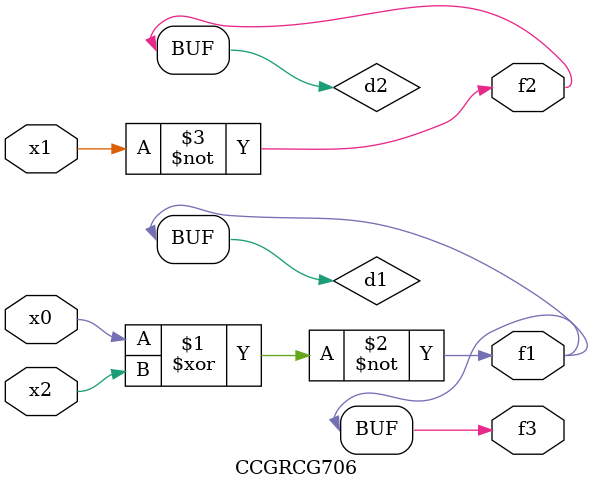
<source format=v>
module CCGRCG706(
	input x0, x1, x2,
	output f1, f2, f3
);

	wire d1, d2, d3;

	xnor (d1, x0, x2);
	nand (d2, x1);
	nor (d3, x1, x2);
	assign f1 = d1;
	assign f2 = d2;
	assign f3 = d1;
endmodule

</source>
